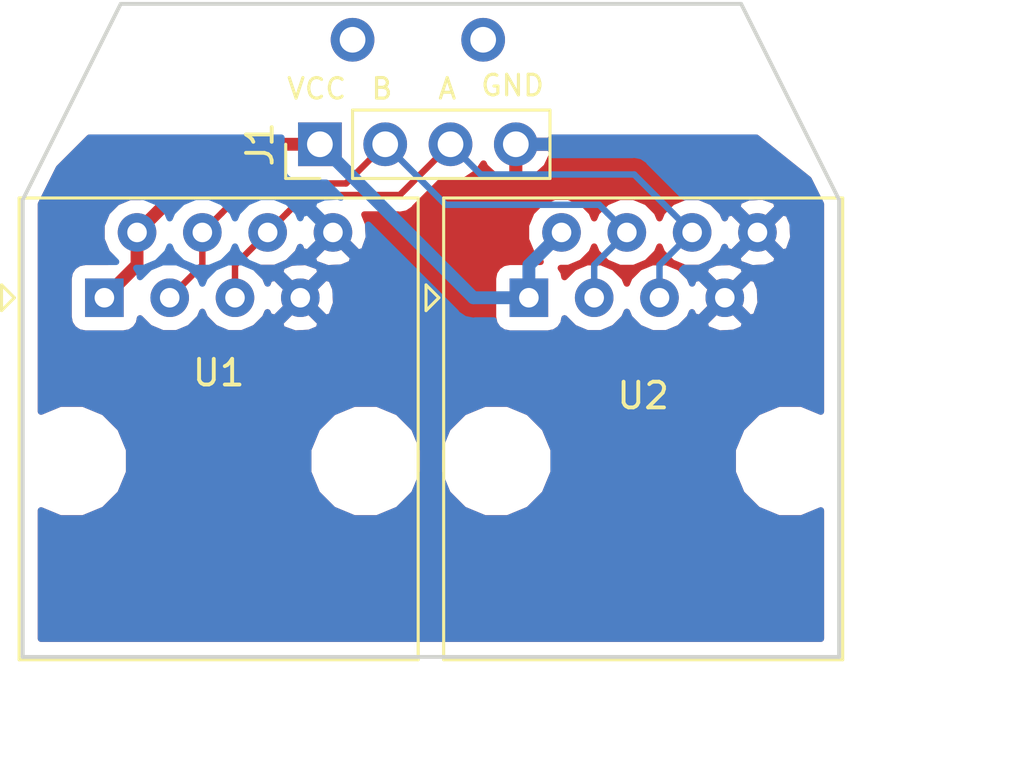
<source format=kicad_pcb>
(kicad_pcb (version 20171130) (host pcbnew 5.0.1)

  (general
    (thickness 1.6)
    (drawings 12)
    (tracks 34)
    (zones 0)
    (modules 3)
    (nets 5)
  )

  (page A4)
  (layers
    (0 F.Cu signal)
    (31 B.Cu signal)
    (32 B.Adhes user)
    (33 F.Adhes user)
    (34 B.Paste user)
    (35 F.Paste user)
    (36 B.SilkS user)
    (37 F.SilkS user)
    (38 B.Mask user)
    (39 F.Mask user)
    (40 Dwgs.User user)
    (41 Cmts.User user)
    (42 Eco1.User user)
    (43 Eco2.User user)
    (44 Edge.Cuts user)
    (45 Margin user)
    (46 B.CrtYd user)
    (47 F.CrtYd user)
    (48 B.Fab user)
    (49 F.Fab user)
  )

  (setup
    (last_trace_width 0.25)
    (trace_clearance 0.2)
    (zone_clearance 0.508)
    (zone_45_only no)
    (trace_min 0.2)
    (segment_width 0.2)
    (edge_width 0.15)
    (via_size 0.8)
    (via_drill 0.4)
    (via_min_size 0.4)
    (via_min_drill 0.3)
    (uvia_size 0.3)
    (uvia_drill 0.1)
    (uvias_allowed no)
    (uvia_min_size 0.2)
    (uvia_min_drill 0.1)
    (pcb_text_width 0.3)
    (pcb_text_size 1.5 1.5)
    (mod_edge_width 0.15)
    (mod_text_size 1 1)
    (mod_text_width 0.15)
    (pad_size 1.524 1.524)
    (pad_drill 0.762)
    (pad_to_mask_clearance 0.2)
    (solder_mask_min_width 0.25)
    (aux_axis_origin 0 0)
    (visible_elements FFFFFF7F)
    (pcbplotparams
      (layerselection 0x010f0_ffffffff)
      (usegerberextensions true)
      (usegerberattributes false)
      (usegerberadvancedattributes false)
      (creategerberjobfile false)
      (excludeedgelayer true)
      (linewidth 0.100000)
      (plotframeref false)
      (viasonmask false)
      (mode 1)
      (useauxorigin false)
      (hpglpennumber 1)
      (hpglpenspeed 20)
      (hpglpendiameter 15.000000)
      (psnegative false)
      (psa4output false)
      (plotreference true)
      (plotvalue true)
      (plotinvisibletext false)
      (padsonsilk false)
      (subtractmaskfromsilk true)
      (outputformat 1)
      (mirror false)
      (drillshape 0)
      (scaleselection 1)
      (outputdirectory ""))
  )

  (net 0 "")
  (net 1 VCC)
  (net 2 GND)
  (net 3 /B)
  (net 4 /A)

  (net_class Default "これはデフォルトのネット クラスです。"
    (clearance 0.2)
    (trace_width 0.25)
    (via_dia 0.8)
    (via_drill 0.4)
    (uvia_dia 0.3)
    (uvia_drill 0.1)
    (add_net /A)
    (add_net /B)
    (add_net GND)
  )

  (net_class Power ""
    (clearance 0.2)
    (trace_width 0.5)
    (via_dia 0.8)
    (via_drill 0.4)
    (uvia_dia 0.3)
    (uvia_drill 0.1)
    (add_net VCC)
  )

  (module Connector_PinHeader_2.54mm:PinHeader_1x04_P2.54mm_Vertical (layer F.Cu) (tedit 59FED5CC) (tstamp 5B97032F)
    (at 152.527 88.011 90)
    (descr "Through hole straight pin header, 1x04, 2.54mm pitch, single row")
    (tags "Through hole pin header THT 1x04 2.54mm single row")
    (path /5B932CE2)
    (fp_text reference J1 (at 0 -2.33 90) (layer F.SilkS)
      (effects (font (size 1 1) (thickness 0.15)))
    )
    (fp_text value Conn_01x04 (at 0 9.95 90) (layer F.Fab)
      (effects (font (size 1 1) (thickness 0.15)))
    )
    (fp_line (start -0.635 -1.27) (end 1.27 -1.27) (layer F.Fab) (width 0.1))
    (fp_line (start 1.27 -1.27) (end 1.27 8.89) (layer F.Fab) (width 0.1))
    (fp_line (start 1.27 8.89) (end -1.27 8.89) (layer F.Fab) (width 0.1))
    (fp_line (start -1.27 8.89) (end -1.27 -0.635) (layer F.Fab) (width 0.1))
    (fp_line (start -1.27 -0.635) (end -0.635 -1.27) (layer F.Fab) (width 0.1))
    (fp_line (start -1.33 8.95) (end 1.33 8.95) (layer F.SilkS) (width 0.12))
    (fp_line (start -1.33 1.27) (end -1.33 8.95) (layer F.SilkS) (width 0.12))
    (fp_line (start 1.33 1.27) (end 1.33 8.95) (layer F.SilkS) (width 0.12))
    (fp_line (start -1.33 1.27) (end 1.33 1.27) (layer F.SilkS) (width 0.12))
    (fp_line (start -1.33 0) (end -1.33 -1.33) (layer F.SilkS) (width 0.12))
    (fp_line (start -1.33 -1.33) (end 0 -1.33) (layer F.SilkS) (width 0.12))
    (fp_line (start -1.8 -1.8) (end -1.8 9.4) (layer F.CrtYd) (width 0.05))
    (fp_line (start -1.8 9.4) (end 1.8 9.4) (layer F.CrtYd) (width 0.05))
    (fp_line (start 1.8 9.4) (end 1.8 -1.8) (layer F.CrtYd) (width 0.05))
    (fp_line (start 1.8 -1.8) (end -1.8 -1.8) (layer F.CrtYd) (width 0.05))
    (fp_text user %R (at 0 3.81 180) (layer F.Fab)
      (effects (font (size 1 1) (thickness 0.15)))
    )
    (pad 1 thru_hole rect (at 0 0 90) (size 1.7 1.7) (drill 1) (layers *.Cu *.Mask)
      (net 1 VCC))
    (pad 2 thru_hole oval (at 0 2.54 90) (size 1.7 1.7) (drill 1) (layers *.Cu *.Mask)
      (net 3 /B))
    (pad 3 thru_hole oval (at 0 5.08 90) (size 1.7 1.7) (drill 1) (layers *.Cu *.Mask)
      (net 4 /A))
    (pad 4 thru_hole oval (at 0 7.62 90) (size 1.7 1.7) (drill 1) (layers *.Cu *.Mask)
      (net 2 GND))
    (model ${KISYS3DMOD}/Connector_PinHeader_2.54mm.3dshapes/PinHeader_1x04_P2.54mm_Vertical.wrl
      (at (xyz 0 0 0))
      (scale (xyz 1 1 1))
      (rotate (xyz 0 0 0))
    )
  )

  (module Connector_RJ:RJ45_Amphenol_54602-x08_Horizontal (layer F.Cu) (tedit 5B103613) (tstamp 5C00911A)
    (at 144.145 93.98)
    (descr "8 Pol Shallow Latch Connector, Modjack, RJ45 (https://cdn.amphenol-icc.com/media/wysiwyg/files/drawing/c-bmj-0102.pdf)")
    (tags RJ45)
    (path /5B9329F5)
    (fp_text reference U1 (at 4.445 2.921) (layer F.SilkS)
      (effects (font (size 1 1) (thickness 0.15)))
    )
    (fp_text value RJ45 (at 4.445 4) (layer F.Fab)
      (effects (font (size 1 1) (thickness 0.15)))
    )
    (fp_text user %R (at 4.445 2) (layer F.Fab)
      (effects (font (size 1 1) (thickness 0.15)))
    )
    (fp_line (start -4 0.5) (end -3.5 0) (layer F.SilkS) (width 0.12))
    (fp_line (start -4 -0.5) (end -4 0.5) (layer F.SilkS) (width 0.12))
    (fp_line (start -3.5 0) (end -4 -0.5) (layer F.SilkS) (width 0.12))
    (fp_line (start -3.205 13.97) (end -3.205 -2.77) (layer F.Fab) (width 0.12))
    (fp_line (start 12.095 13.97) (end -3.205 13.97) (layer F.Fab) (width 0.12))
    (fp_line (start 12.095 -3.77) (end 12.095 13.97) (layer F.Fab) (width 0.12))
    (fp_line (start -2.205 -3.77) (end 12.095 -3.77) (layer F.Fab) (width 0.12))
    (fp_line (start -3.205 -2.77) (end -2.205 -3.77) (layer F.Fab) (width 0.12))
    (fp_line (start -3.315 14.08) (end 12.205 14.08) (layer F.SilkS) (width 0.12))
    (fp_line (start 12.205 -3.88) (end 12.205 14.08) (layer F.SilkS) (width 0.12))
    (fp_line (start 12.205 -3.88) (end -3.315 -3.88) (layer F.SilkS) (width 0.12))
    (fp_line (start -3.315 -3.88) (end -3.315 14.08) (layer F.SilkS) (width 0.12))
    (fp_line (start -3.71 -4.27) (end 12.6 -4.27) (layer F.CrtYd) (width 0.05))
    (fp_line (start -3.71 -4.27) (end -3.71 14.47) (layer F.CrtYd) (width 0.05))
    (fp_line (start 12.6 14.47) (end 12.6 -4.27) (layer F.CrtYd) (width 0.05))
    (fp_line (start 12.6 14.47) (end -3.71 14.47) (layer F.CrtYd) (width 0.05))
    (pad "" np_thru_hole circle (at 10.16 6.35) (size 3.2 3.2) (drill 3.2) (layers *.Cu *.Mask))
    (pad "" np_thru_hole circle (at -1.27 6.35) (size 3.2 3.2) (drill 3.2) (layers *.Cu *.Mask))
    (pad 1 thru_hole rect (at 0 0) (size 1.5 1.5) (drill 0.76) (layers *.Cu *.Mask)
      (net 1 VCC))
    (pad 2 thru_hole circle (at 1.27 -2.54) (size 1.5 1.5) (drill 0.76) (layers *.Cu *.Mask)
      (net 1 VCC))
    (pad 3 thru_hole circle (at 2.54 0) (size 1.5 1.5) (drill 0.76) (layers *.Cu *.Mask)
      (net 3 /B))
    (pad 4 thru_hole circle (at 3.81 -2.54) (size 1.5 1.5) (drill 0.76) (layers *.Cu *.Mask)
      (net 3 /B))
    (pad 5 thru_hole circle (at 5.08 0) (size 1.5 1.5) (drill 0.76) (layers *.Cu *.Mask)
      (net 4 /A))
    (pad 6 thru_hole circle (at 6.35 -2.54) (size 1.5 1.5) (drill 0.76) (layers *.Cu *.Mask)
      (net 4 /A))
    (pad 7 thru_hole circle (at 7.62 0) (size 1.5 1.5) (drill 0.76) (layers *.Cu *.Mask)
      (net 2 GND))
    (pad 8 thru_hole circle (at 8.89 -2.54) (size 1.5 1.5) (drill 0.76) (layers *.Cu *.Mask)
      (net 2 GND))
    (model ${KISYS3DMOD}/Connector_RJ.3dshapes/RJ45_Amphenol_54602-x08_Horizontal.wrl
      (at (xyz 0 0 0))
      (scale (xyz 1 1 1))
      (rotate (xyz 0 0 0))
    )
  )

  (module Connector_RJ:RJ45_Amphenol_54602-x08_Horizontal (layer F.Cu) (tedit 5B103613) (tstamp 5C29B2AE)
    (at 160.655 93.98)
    (descr "8 Pol Shallow Latch Connector, Modjack, RJ45 (https://cdn.amphenol-icc.com/media/wysiwyg/files/drawing/c-bmj-0102.pdf)")
    (tags RJ45)
    (path /5C29B2FB)
    (fp_text reference U2 (at 4.445 3.81) (layer F.SilkS)
      (effects (font (size 1 1) (thickness 0.15)))
    )
    (fp_text value RJ45 (at 4.445 4) (layer F.Fab)
      (effects (font (size 1 1) (thickness 0.15)))
    )
    (fp_text user %R (at 4.445 2) (layer F.Fab)
      (effects (font (size 1 1) (thickness 0.15)))
    )
    (fp_line (start -4 0.5) (end -3.5 0) (layer F.SilkS) (width 0.12))
    (fp_line (start -4 -0.5) (end -4 0.5) (layer F.SilkS) (width 0.12))
    (fp_line (start -3.5 0) (end -4 -0.5) (layer F.SilkS) (width 0.12))
    (fp_line (start -3.205 13.97) (end -3.205 -2.77) (layer F.Fab) (width 0.12))
    (fp_line (start 12.095 13.97) (end -3.205 13.97) (layer F.Fab) (width 0.12))
    (fp_line (start 12.095 -3.77) (end 12.095 13.97) (layer F.Fab) (width 0.12))
    (fp_line (start -2.205 -3.77) (end 12.095 -3.77) (layer F.Fab) (width 0.12))
    (fp_line (start -3.205 -2.77) (end -2.205 -3.77) (layer F.Fab) (width 0.12))
    (fp_line (start -3.315 14.08) (end 12.205 14.08) (layer F.SilkS) (width 0.12))
    (fp_line (start 12.205 -3.88) (end 12.205 14.08) (layer F.SilkS) (width 0.12))
    (fp_line (start 12.205 -3.88) (end -3.315 -3.88) (layer F.SilkS) (width 0.12))
    (fp_line (start -3.315 -3.88) (end -3.315 14.08) (layer F.SilkS) (width 0.12))
    (fp_line (start -3.71 -4.27) (end 12.6 -4.27) (layer F.CrtYd) (width 0.05))
    (fp_line (start -3.71 -4.27) (end -3.71 14.47) (layer F.CrtYd) (width 0.05))
    (fp_line (start 12.6 14.47) (end 12.6 -4.27) (layer F.CrtYd) (width 0.05))
    (fp_line (start 12.6 14.47) (end -3.71 14.47) (layer F.CrtYd) (width 0.05))
    (pad "" np_thru_hole circle (at 10.16 6.35) (size 3.2 3.2) (drill 3.2) (layers *.Cu *.Mask))
    (pad "" np_thru_hole circle (at -1.27 6.35) (size 3.2 3.2) (drill 3.2) (layers *.Cu *.Mask))
    (pad 1 thru_hole rect (at 0 0) (size 1.5 1.5) (drill 0.76) (layers *.Cu *.Mask)
      (net 1 VCC))
    (pad 2 thru_hole circle (at 1.27 -2.54) (size 1.5 1.5) (drill 0.76) (layers *.Cu *.Mask)
      (net 1 VCC))
    (pad 3 thru_hole circle (at 2.54 0) (size 1.5 1.5) (drill 0.76) (layers *.Cu *.Mask)
      (net 3 /B))
    (pad 4 thru_hole circle (at 3.81 -2.54) (size 1.5 1.5) (drill 0.76) (layers *.Cu *.Mask)
      (net 3 /B))
    (pad 5 thru_hole circle (at 5.08 0) (size 1.5 1.5) (drill 0.76) (layers *.Cu *.Mask)
      (net 4 /A))
    (pad 6 thru_hole circle (at 6.35 -2.54) (size 1.5 1.5) (drill 0.76) (layers *.Cu *.Mask)
      (net 4 /A))
    (pad 7 thru_hole circle (at 7.62 0) (size 1.5 1.5) (drill 0.76) (layers *.Cu *.Mask)
      (net 2 GND))
    (pad 8 thru_hole circle (at 8.89 -2.54) (size 1.5 1.5) (drill 0.76) (layers *.Cu *.Mask)
      (net 2 GND))
    (model ${KISYS3DMOD}/Connector_RJ.3dshapes/RJ45_Amphenol_54602-x08_Horizontal.wrl
      (at (xyz 0 0 0))
      (scale (xyz 1 1 1))
      (rotate (xyz 0 0 0))
    )
  )

  (gr_text GND (at 160.02 85.725) (layer F.SilkS) (tstamp 5C0134DD)
    (effects (font (size 0.8 0.8) (thickness 0.12)))
  )
  (gr_text A (at 157.48 85.852) (layer F.SilkS) (tstamp 5C0134AF)
    (effects (font (size 0.8 0.8) (thickness 0.12)))
  )
  (gr_text B (at 154.94 85.852) (layer F.SilkS) (tstamp 5C013481)
    (effects (font (size 0.8 0.8) (thickness 0.12)))
  )
  (gr_text VCC (at 152.4 85.852) (layer F.SilkS)
    (effects (font (size 0.8 0.8) (thickness 0.12)))
  )
  (gr_line (start 144.78 82.55) (end 140.97 90.17) (layer Edge.Cuts) (width 0.15))
  (gr_line (start 168.91 82.55) (end 172.72 90.17) (layer Edge.Cuts) (width 0.15))
  (dimension 25.4 (width 0.3) (layer Cmts.User)
    (gr_text "25.400 mm" (at 177.995 95.25 270) (layer Cmts.User) (tstamp 5C3140D9)
      (effects (font (size 1.5 1.5) (thickness 0.3)))
    )
    (feature1 (pts (xy 173.99 107.95) (xy 176.481421 107.95)))
    (feature2 (pts (xy 173.99 82.55) (xy 176.481421 82.55)))
    (crossbar (pts (xy 175.895 82.55) (xy 175.895 107.95)))
    (arrow1a (pts (xy 175.895 107.95) (xy 175.308579 106.823496)))
    (arrow1b (pts (xy 175.895 107.95) (xy 176.481421 106.823496)))
    (arrow2a (pts (xy 175.895 82.55) (xy 175.308579 83.676504)))
    (arrow2b (pts (xy 175.895 82.55) (xy 176.481421 83.676504)))
  )
  (dimension 31.75 (width 0.3) (layer Cmts.User)
    (gr_text "31.750 mm" (at 156.845 113.225) (layer Cmts.User)
      (effects (font (size 1.5 1.5) (thickness 0.3)))
    )
    (feature1 (pts (xy 172.72 109.22) (xy 172.72 111.711421)))
    (feature2 (pts (xy 140.97 109.22) (xy 140.97 111.711421)))
    (crossbar (pts (xy 140.97 111.125) (xy 172.72 111.125)))
    (arrow1a (pts (xy 172.72 111.125) (xy 171.593496 111.711421)))
    (arrow1b (pts (xy 172.72 111.125) (xy 171.593496 110.538579)))
    (arrow2a (pts (xy 140.97 111.125) (xy 142.096504 111.711421)))
    (arrow2b (pts (xy 140.97 111.125) (xy 142.096504 110.538579)))
  )
  (gr_line (start 140.97 90.17) (end 140.97 107.95) (layer Edge.Cuts) (width 0.15))
  (gr_line (start 168.91 82.55) (end 144.78 82.55) (layer Edge.Cuts) (width 0.15))
  (gr_line (start 172.72 107.95) (end 172.72 90.17) (layer Edge.Cuts) (width 0.15))
  (gr_line (start 140.97 107.95) (end 172.72 107.95) (layer Edge.Cuts) (width 0.15))

  (via (at 153.797 83.947) (size 1.7) (drill 1) (layers F.Cu B.Cu) (net 0))
  (via (at 158.877 83.947) (size 1.7) (drill 1) (layers F.Cu B.Cu) (net 0))
  (segment (start 148.844 88.011) (end 145.415 91.44) (width 0.5) (layer F.Cu) (net 1))
  (segment (start 152.527 88.011) (end 148.844 88.011) (width 0.5) (layer F.Cu) (net 1))
  (segment (start 145.415 92.71) (end 144.145 93.98) (width 0.5) (layer F.Cu) (net 1))
  (segment (start 145.415 91.44) (end 145.415 92.71) (width 0.5) (layer F.Cu) (net 1))
  (segment (start 158.496 93.98) (end 160.655 93.98) (width 0.5) (layer B.Cu) (net 1))
  (segment (start 152.527 88.011) (end 158.496 93.98) (width 0.5) (layer B.Cu) (net 1))
  (segment (start 160.655 92.71) (end 161.925 91.44) (width 0.5) (layer B.Cu) (net 1))
  (segment (start 160.655 93.98) (end 160.655 92.71) (width 0.5) (layer B.Cu) (net 1))
  (segment (start 147.955 92.71) (end 146.685 93.98) (width 0.25) (layer F.Cu) (net 3))
  (segment (start 147.955 91.44) (end 147.955 92.71) (width 0.25) (layer F.Cu) (net 3))
  (segment (start 148.704999 90.690001) (end 147.955 91.44) (width 0.25) (layer F.Cu) (net 3))
  (segment (start 149.86 89.535) (end 148.704999 90.690001) (width 0.25) (layer F.Cu) (net 3))
  (segment (start 155.067 88.011) (end 153.543 89.535) (width 0.25) (layer F.Cu) (net 3))
  (segment (start 153.543 89.535) (end 149.86 89.535) (width 0.25) (layer F.Cu) (net 3))
  (segment (start 163.715001 90.690001) (end 164.465 91.44) (width 0.25) (layer B.Cu) (net 3))
  (segment (start 163.389999 90.364999) (end 163.715001 90.690001) (width 0.25) (layer B.Cu) (net 3))
  (segment (start 157.420999 90.364999) (end 163.389999 90.364999) (width 0.25) (layer B.Cu) (net 3))
  (segment (start 155.067 88.011) (end 157.420999 90.364999) (width 0.25) (layer B.Cu) (net 3))
  (segment (start 163.195 92.71) (end 163.195 93.98) (width 0.25) (layer B.Cu) (net 3))
  (segment (start 164.465 91.44) (end 163.195 92.71) (width 0.25) (layer B.Cu) (net 3))
  (segment (start 151.244999 90.690001) (end 150.495 91.44) (width 0.25) (layer F.Cu) (net 4))
  (segment (start 151.94999 89.98501) (end 151.244999 90.690001) (width 0.25) (layer F.Cu) (net 4))
  (segment (start 155.63299 89.98501) (end 151.94999 89.98501) (width 0.25) (layer F.Cu) (net 4))
  (segment (start 157.607 88.011) (end 155.63299 89.98501) (width 0.25) (layer F.Cu) (net 4))
  (segment (start 149.225 92.71) (end 149.225 93.98) (width 0.25) (layer F.Cu) (net 4))
  (segment (start 150.495 91.44) (end 149.225 92.71) (width 0.25) (layer F.Cu) (net 4))
  (segment (start 164.751001 89.186001) (end 166.255001 90.690001) (width 0.25) (layer B.Cu) (net 4))
  (segment (start 166.255001 90.690001) (end 167.005 91.44) (width 0.25) (layer B.Cu) (net 4))
  (segment (start 158.782001 89.186001) (end 164.751001 89.186001) (width 0.25) (layer B.Cu) (net 4))
  (segment (start 157.607 88.011) (end 158.782001 89.186001) (width 0.25) (layer B.Cu) (net 4))
  (segment (start 165.735 92.71) (end 165.735 93.98) (width 0.25) (layer B.Cu) (net 4))
  (segment (start 167.005 91.44) (end 165.735 92.71) (width 0.25) (layer B.Cu) (net 4))

  (zone (net 2) (net_name GND) (layer F.Cu) (tstamp 5C00B6CF) (hatch edge 0.508)
    (connect_pads (clearance 0.508))
    (min_thickness 0.254)
    (fill yes (arc_segments 16) (thermal_gap 0.508) (thermal_bridge_width 0.508))
    (polygon
      (pts
        (xy 143.51 87.63) (xy 169.545 87.63) (xy 172.72 90.17) (xy 172.72 107.95) (xy 140.97 107.95)
        (xy 140.97 90.17)
      )
    )
    (filled_polygon
      (pts
        (xy 145.548422 90.055) (xy 145.139506 90.055) (xy 144.63046 90.265853) (xy 144.240853 90.65546) (xy 144.03 91.164506)
        (xy 144.03 91.715494) (xy 144.240853 92.22454) (xy 144.444867 92.428554) (xy 144.290861 92.58256) (xy 143.395 92.58256)
        (xy 143.147235 92.631843) (xy 142.937191 92.772191) (xy 142.796843 92.982235) (xy 142.74756 93.23) (xy 142.74756 94.73)
        (xy 142.796843 94.977765) (xy 142.937191 95.187809) (xy 143.147235 95.328157) (xy 143.395 95.37744) (xy 144.895 95.37744)
        (xy 145.142765 95.328157) (xy 145.352809 95.187809) (xy 145.493157 94.977765) (xy 145.531469 94.785156) (xy 145.90046 95.154147)
        (xy 146.409506 95.365) (xy 146.960494 95.365) (xy 147.46954 95.154147) (xy 147.859147 94.76454) (xy 147.955 94.53313)
        (xy 148.050853 94.76454) (xy 148.44046 95.154147) (xy 148.949506 95.365) (xy 149.500494 95.365) (xy 150.00954 95.154147)
        (xy 150.21217 94.951517) (xy 150.973088 94.951517) (xy 151.041077 95.19246) (xy 151.560171 95.377201) (xy 152.110448 95.34923)
        (xy 152.488923 95.19246) (xy 152.556912 94.951517) (xy 151.765 94.159605) (xy 150.973088 94.951517) (xy 150.21217 94.951517)
        (xy 150.399147 94.76454) (xy 150.488397 94.54907) (xy 150.55254 94.703923) (xy 150.793483 94.771912) (xy 151.585395 93.98)
        (xy 151.944605 93.98) (xy 152.736517 94.771912) (xy 152.97746 94.703923) (xy 153.162201 94.184829) (xy 153.13423 93.634552)
        (xy 152.97746 93.256077) (xy 152.885047 93.23) (xy 159.25756 93.23) (xy 159.25756 94.73) (xy 159.306843 94.977765)
        (xy 159.447191 95.187809) (xy 159.657235 95.328157) (xy 159.905 95.37744) (xy 161.405 95.37744) (xy 161.652765 95.328157)
        (xy 161.862809 95.187809) (xy 162.003157 94.977765) (xy 162.041469 94.785156) (xy 162.41046 95.154147) (xy 162.919506 95.365)
        (xy 163.470494 95.365) (xy 163.97954 95.154147) (xy 164.369147 94.76454) (xy 164.465 94.53313) (xy 164.560853 94.76454)
        (xy 164.95046 95.154147) (xy 165.459506 95.365) (xy 166.010494 95.365) (xy 166.51954 95.154147) (xy 166.72217 94.951517)
        (xy 167.483088 94.951517) (xy 167.551077 95.19246) (xy 168.070171 95.377201) (xy 168.620448 95.34923) (xy 168.998923 95.19246)
        (xy 169.066912 94.951517) (xy 168.275 94.159605) (xy 167.483088 94.951517) (xy 166.72217 94.951517) (xy 166.909147 94.76454)
        (xy 166.998397 94.54907) (xy 167.06254 94.703923) (xy 167.303483 94.771912) (xy 168.095395 93.98) (xy 168.454605 93.98)
        (xy 169.246517 94.771912) (xy 169.48746 94.703923) (xy 169.672201 94.184829) (xy 169.64423 93.634552) (xy 169.48746 93.256077)
        (xy 169.246517 93.188088) (xy 168.454605 93.98) (xy 168.095395 93.98) (xy 167.303483 93.188088) (xy 167.06254 93.256077)
        (xy 167.003255 93.422658) (xy 166.909147 93.19546) (xy 166.72217 93.008483) (xy 167.483088 93.008483) (xy 168.275 93.800395)
        (xy 169.066912 93.008483) (xy 168.998923 92.76754) (xy 168.479829 92.582799) (xy 167.929552 92.61077) (xy 167.551077 92.76754)
        (xy 167.483088 93.008483) (xy 166.72217 93.008483) (xy 166.51954 92.805853) (xy 166.010494 92.595) (xy 165.459506 92.595)
        (xy 164.95046 92.805853) (xy 164.560853 93.19546) (xy 164.465 93.42687) (xy 164.369147 93.19546) (xy 163.97954 92.805853)
        (xy 163.470494 92.595) (xy 162.919506 92.595) (xy 162.41046 92.805853) (xy 162.041469 93.174844) (xy 162.003157 92.982235)
        (xy 161.898095 92.825) (xy 162.200494 92.825) (xy 162.70954 92.614147) (xy 163.099147 92.22454) (xy 163.195 91.99313)
        (xy 163.290853 92.22454) (xy 163.68046 92.614147) (xy 164.189506 92.825) (xy 164.740494 92.825) (xy 165.24954 92.614147)
        (xy 165.639147 92.22454) (xy 165.735 91.99313) (xy 165.830853 92.22454) (xy 166.22046 92.614147) (xy 166.729506 92.825)
        (xy 167.280494 92.825) (xy 167.78954 92.614147) (xy 167.99217 92.411517) (xy 168.753088 92.411517) (xy 168.821077 92.65246)
        (xy 169.340171 92.837201) (xy 169.890448 92.80923) (xy 170.268923 92.65246) (xy 170.336912 92.411517) (xy 169.545 91.619605)
        (xy 168.753088 92.411517) (xy 167.99217 92.411517) (xy 168.179147 92.22454) (xy 168.268397 92.00907) (xy 168.33254 92.163923)
        (xy 168.573483 92.231912) (xy 169.365395 91.44) (xy 169.724605 91.44) (xy 170.516517 92.231912) (xy 170.75746 92.163923)
        (xy 170.942201 91.644829) (xy 170.91423 91.094552) (xy 170.75746 90.716077) (xy 170.516517 90.648088) (xy 169.724605 91.44)
        (xy 169.365395 91.44) (xy 168.573483 90.648088) (xy 168.33254 90.716077) (xy 168.273255 90.882658) (xy 168.179147 90.65546)
        (xy 167.99217 90.468483) (xy 168.753088 90.468483) (xy 169.545 91.260395) (xy 170.336912 90.468483) (xy 170.268923 90.22754)
        (xy 169.749829 90.042799) (xy 169.199552 90.07077) (xy 168.821077 90.22754) (xy 168.753088 90.468483) (xy 167.99217 90.468483)
        (xy 167.78954 90.265853) (xy 167.280494 90.055) (xy 166.729506 90.055) (xy 166.22046 90.265853) (xy 165.830853 90.65546)
        (xy 165.735 90.88687) (xy 165.639147 90.65546) (xy 165.24954 90.265853) (xy 164.740494 90.055) (xy 164.189506 90.055)
        (xy 163.68046 90.265853) (xy 163.290853 90.65546) (xy 163.195 90.88687) (xy 163.099147 90.65546) (xy 162.70954 90.265853)
        (xy 162.200494 90.055) (xy 161.649506 90.055) (xy 161.14046 90.265853) (xy 160.750853 90.65546) (xy 160.54 91.164506)
        (xy 160.54 91.715494) (xy 160.750853 92.22454) (xy 161.108873 92.58256) (xy 159.905 92.58256) (xy 159.657235 92.631843)
        (xy 159.447191 92.772191) (xy 159.306843 92.982235) (xy 159.25756 93.23) (xy 152.885047 93.23) (xy 152.736517 93.188088)
        (xy 151.944605 93.98) (xy 151.585395 93.98) (xy 150.793483 93.188088) (xy 150.55254 93.256077) (xy 150.493255 93.422658)
        (xy 150.399147 93.19546) (xy 150.21217 93.008483) (xy 150.973088 93.008483) (xy 151.765 93.800395) (xy 152.556912 93.008483)
        (xy 152.488923 92.76754) (xy 151.969829 92.582799) (xy 151.419552 92.61077) (xy 151.041077 92.76754) (xy 150.973088 93.008483)
        (xy 150.21217 93.008483) (xy 150.106744 92.903057) (xy 150.194966 92.814835) (xy 150.219506 92.825) (xy 150.770494 92.825)
        (xy 151.27954 92.614147) (xy 151.48217 92.411517) (xy 152.243088 92.411517) (xy 152.311077 92.65246) (xy 152.830171 92.837201)
        (xy 153.380448 92.80923) (xy 153.758923 92.65246) (xy 153.826912 92.411517) (xy 153.035 91.619605) (xy 152.243088 92.411517)
        (xy 151.48217 92.411517) (xy 151.669147 92.22454) (xy 151.758397 92.00907) (xy 151.82254 92.163923) (xy 152.063483 92.231912)
        (xy 152.855395 91.44) (xy 152.841253 91.425858) (xy 153.020858 91.246253) (xy 153.035 91.260395) (xy 153.049143 91.246253)
        (xy 153.228748 91.425858) (xy 153.214605 91.44) (xy 154.006517 92.231912) (xy 154.24746 92.163923) (xy 154.432201 91.644829)
        (xy 154.40423 91.094552) (xy 154.259444 90.74501) (xy 155.558143 90.74501) (xy 155.63299 90.759898) (xy 155.707837 90.74501)
        (xy 155.707842 90.74501) (xy 155.929527 90.700914) (xy 156.180919 90.532939) (xy 156.223321 90.46948) (xy 157.240592 89.452209)
        (xy 157.460744 89.496) (xy 157.753256 89.496) (xy 158.186418 89.409839) (xy 158.677625 89.081625) (xy 158.890843 88.762522)
        (xy 158.951817 88.892358) (xy 159.380076 89.282645) (xy 159.79011 89.452476) (xy 160.02 89.331155) (xy 160.02 88.138)
        (xy 160.274 88.138) (xy 160.274 89.331155) (xy 160.50389 89.452476) (xy 160.913924 89.282645) (xy 161.342183 88.892358)
        (xy 161.588486 88.367892) (xy 161.467819 88.138) (xy 160.274 88.138) (xy 160.02 88.138) (xy 160 88.138)
        (xy 160 87.884) (xy 160.02 87.884) (xy 160.02 87.864) (xy 160.274 87.864) (xy 160.274 87.884)
        (xy 161.467819 87.884) (xy 161.534479 87.757) (xy 169.500451 87.757) (xy 171.532525 89.382659) (xy 172.010001 90.337611)
        (xy 172.010001 98.405839) (xy 171.259569 98.095) (xy 170.370431 98.095) (xy 169.548974 98.435259) (xy 168.920259 99.063974)
        (xy 168.58 99.885431) (xy 168.58 100.774569) (xy 168.920259 101.596026) (xy 169.548974 102.224741) (xy 170.370431 102.565)
        (xy 171.259569 102.565) (xy 172.01 102.254161) (xy 172.01 107.24) (xy 141.68 107.24) (xy 141.68 102.254161)
        (xy 142.430431 102.565) (xy 143.319569 102.565) (xy 144.141026 102.224741) (xy 144.769741 101.596026) (xy 145.11 100.774569)
        (xy 145.11 99.885431) (xy 152.07 99.885431) (xy 152.07 100.774569) (xy 152.410259 101.596026) (xy 153.038974 102.224741)
        (xy 153.860431 102.565) (xy 154.749569 102.565) (xy 155.571026 102.224741) (xy 156.199741 101.596026) (xy 156.54 100.774569)
        (xy 156.54 99.885431) (xy 157.15 99.885431) (xy 157.15 100.774569) (xy 157.490259 101.596026) (xy 158.118974 102.224741)
        (xy 158.940431 102.565) (xy 159.829569 102.565) (xy 160.651026 102.224741) (xy 161.279741 101.596026) (xy 161.62 100.774569)
        (xy 161.62 99.885431) (xy 161.279741 99.063974) (xy 160.651026 98.435259) (xy 159.829569 98.095) (xy 158.940431 98.095)
        (xy 158.118974 98.435259) (xy 157.490259 99.063974) (xy 157.15 99.885431) (xy 156.54 99.885431) (xy 156.199741 99.063974)
        (xy 155.571026 98.435259) (xy 154.749569 98.095) (xy 153.860431 98.095) (xy 153.038974 98.435259) (xy 152.410259 99.063974)
        (xy 152.07 99.885431) (xy 145.11 99.885431) (xy 144.769741 99.063974) (xy 144.141026 98.435259) (xy 143.319569 98.095)
        (xy 142.430431 98.095) (xy 141.68 98.405839) (xy 141.68 90.337607) (xy 142.378001 88.941605) (xy 143.562606 87.757)
        (xy 147.846421 87.757)
      )
    )
  )
  (zone (net 2) (net_name GND) (layer B.Cu) (tstamp 0) (hatch edge 0.508)
    (connect_pads (clearance 0.508))
    (min_thickness 0.254)
    (fill yes (arc_segments 16) (thermal_gap 0.508) (thermal_bridge_width 0.508))
    (polygon
      (pts
        (xy 143.51 87.63) (xy 169.545 87.63) (xy 172.72 90.17) (xy 172.72 107.95) (xy 140.97 107.95)
        (xy 140.97 90.17)
      )
    )
    (filled_polygon
      (pts
        (xy 151.02956 88.861) (xy 151.078843 89.108765) (xy 151.219191 89.318809) (xy 151.429235 89.459157) (xy 151.677 89.50844)
        (xy 152.772862 89.50844) (xy 153.344457 90.080035) (xy 153.239829 90.042799) (xy 152.689552 90.07077) (xy 152.311077 90.22754)
        (xy 152.243088 90.468483) (xy 153.035 91.260395) (xy 153.049143 91.246253) (xy 153.228748 91.425858) (xy 153.214605 91.44)
        (xy 154.006517 92.231912) (xy 154.24746 92.163923) (xy 154.432201 91.644829) (xy 154.406654 91.142232) (xy 157.808577 94.544156)
        (xy 157.857951 94.618049) (xy 157.931844 94.667423) (xy 157.931845 94.667424) (xy 158.062745 94.754889) (xy 158.15069 94.813652)
        (xy 158.408835 94.865) (xy 158.408839 94.865) (xy 158.496 94.882337) (xy 158.583161 94.865) (xy 159.284413 94.865)
        (xy 159.306843 94.977765) (xy 159.447191 95.187809) (xy 159.657235 95.328157) (xy 159.905 95.37744) (xy 161.405 95.37744)
        (xy 161.652765 95.328157) (xy 161.862809 95.187809) (xy 162.003157 94.977765) (xy 162.041469 94.785156) (xy 162.41046 95.154147)
        (xy 162.919506 95.365) (xy 163.470494 95.365) (xy 163.97954 95.154147) (xy 164.369147 94.76454) (xy 164.465 94.53313)
        (xy 164.560853 94.76454) (xy 164.95046 95.154147) (xy 165.459506 95.365) (xy 166.010494 95.365) (xy 166.51954 95.154147)
        (xy 166.72217 94.951517) (xy 167.483088 94.951517) (xy 167.551077 95.19246) (xy 168.070171 95.377201) (xy 168.620448 95.34923)
        (xy 168.998923 95.19246) (xy 169.066912 94.951517) (xy 168.275 94.159605) (xy 167.483088 94.951517) (xy 166.72217 94.951517)
        (xy 166.909147 94.76454) (xy 166.998397 94.54907) (xy 167.06254 94.703923) (xy 167.303483 94.771912) (xy 168.095395 93.98)
        (xy 168.454605 93.98) (xy 169.246517 94.771912) (xy 169.48746 94.703923) (xy 169.672201 94.184829) (xy 169.64423 93.634552)
        (xy 169.48746 93.256077) (xy 169.246517 93.188088) (xy 168.454605 93.98) (xy 168.095395 93.98) (xy 167.303483 93.188088)
        (xy 167.06254 93.256077) (xy 167.003255 93.422658) (xy 166.909147 93.19546) (xy 166.72217 93.008483) (xy 167.483088 93.008483)
        (xy 168.275 93.800395) (xy 169.066912 93.008483) (xy 168.998923 92.76754) (xy 168.479829 92.582799) (xy 167.929552 92.61077)
        (xy 167.551077 92.76754) (xy 167.483088 93.008483) (xy 166.72217 93.008483) (xy 166.616744 92.903057) (xy 166.704966 92.814835)
        (xy 166.729506 92.825) (xy 167.280494 92.825) (xy 167.78954 92.614147) (xy 167.99217 92.411517) (xy 168.753088 92.411517)
        (xy 168.821077 92.65246) (xy 169.340171 92.837201) (xy 169.890448 92.80923) (xy 170.268923 92.65246) (xy 170.336912 92.411517)
        (xy 169.545 91.619605) (xy 168.753088 92.411517) (xy 167.99217 92.411517) (xy 168.179147 92.22454) (xy 168.268397 92.00907)
        (xy 168.33254 92.163923) (xy 168.573483 92.231912) (xy 169.365395 91.44) (xy 169.724605 91.44) (xy 170.516517 92.231912)
        (xy 170.75746 92.163923) (xy 170.942201 91.644829) (xy 170.91423 91.094552) (xy 170.75746 90.716077) (xy 170.516517 90.648088)
        (xy 169.724605 91.44) (xy 169.365395 91.44) (xy 168.573483 90.648088) (xy 168.33254 90.716077) (xy 168.273255 90.882658)
        (xy 168.179147 90.65546) (xy 167.99217 90.468483) (xy 168.753088 90.468483) (xy 169.545 91.260395) (xy 170.336912 90.468483)
        (xy 170.268923 90.22754) (xy 169.749829 90.042799) (xy 169.199552 90.07077) (xy 168.821077 90.22754) (xy 168.753088 90.468483)
        (xy 167.99217 90.468483) (xy 167.78954 90.265853) (xy 167.280494 90.055) (xy 166.729506 90.055) (xy 166.704966 90.065165)
        (xy 165.341332 88.701531) (xy 165.29893 88.638072) (xy 165.047538 88.470097) (xy 164.825853 88.426001) (xy 164.825848 88.426001)
        (xy 164.751001 88.411113) (xy 164.676154 88.426001) (xy 161.561196 88.426001) (xy 161.588486 88.367892) (xy 161.467819 88.138)
        (xy 160.274 88.138) (xy 160.274 88.158) (xy 160.02 88.158) (xy 160.02 88.138) (xy 160 88.138)
        (xy 160 87.884) (xy 160.02 87.884) (xy 160.02 87.864) (xy 160.274 87.864) (xy 160.274 87.884)
        (xy 161.467819 87.884) (xy 161.534479 87.757) (xy 169.500451 87.757) (xy 171.532525 89.382659) (xy 172.010001 90.337611)
        (xy 172.010001 98.405839) (xy 171.259569 98.095) (xy 170.370431 98.095) (xy 169.548974 98.435259) (xy 168.920259 99.063974)
        (xy 168.58 99.885431) (xy 168.58 100.774569) (xy 168.920259 101.596026) (xy 169.548974 102.224741) (xy 170.370431 102.565)
        (xy 171.259569 102.565) (xy 172.01 102.254161) (xy 172.01 107.24) (xy 141.68 107.24) (xy 141.68 102.254161)
        (xy 142.430431 102.565) (xy 143.319569 102.565) (xy 144.141026 102.224741) (xy 144.769741 101.596026) (xy 145.11 100.774569)
        (xy 145.11 99.885431) (xy 152.07 99.885431) (xy 152.07 100.774569) (xy 152.410259 101.596026) (xy 153.038974 102.224741)
        (xy 153.860431 102.565) (xy 154.749569 102.565) (xy 155.571026 102.224741) (xy 156.199741 101.596026) (xy 156.54 100.774569)
        (xy 156.54 99.885431) (xy 157.15 99.885431) (xy 157.15 100.774569) (xy 157.490259 101.596026) (xy 158.118974 102.224741)
        (xy 158.940431 102.565) (xy 159.829569 102.565) (xy 160.651026 102.224741) (xy 161.279741 101.596026) (xy 161.62 100.774569)
        (xy 161.62 99.885431) (xy 161.279741 99.063974) (xy 160.651026 98.435259) (xy 159.829569 98.095) (xy 158.940431 98.095)
        (xy 158.118974 98.435259) (xy 157.490259 99.063974) (xy 157.15 99.885431) (xy 156.54 99.885431) (xy 156.199741 99.063974)
        (xy 155.571026 98.435259) (xy 154.749569 98.095) (xy 153.860431 98.095) (xy 153.038974 98.435259) (xy 152.410259 99.063974)
        (xy 152.07 99.885431) (xy 145.11 99.885431) (xy 144.769741 99.063974) (xy 144.141026 98.435259) (xy 143.319569 98.095)
        (xy 142.430431 98.095) (xy 141.68 98.405839) (xy 141.68 93.23) (xy 142.74756 93.23) (xy 142.74756 94.73)
        (xy 142.796843 94.977765) (xy 142.937191 95.187809) (xy 143.147235 95.328157) (xy 143.395 95.37744) (xy 144.895 95.37744)
        (xy 145.142765 95.328157) (xy 145.352809 95.187809) (xy 145.493157 94.977765) (xy 145.531469 94.785156) (xy 145.90046 95.154147)
        (xy 146.409506 95.365) (xy 146.960494 95.365) (xy 147.46954 95.154147) (xy 147.859147 94.76454) (xy 147.955 94.53313)
        (xy 148.050853 94.76454) (xy 148.44046 95.154147) (xy 148.949506 95.365) (xy 149.500494 95.365) (xy 150.00954 95.154147)
        (xy 150.21217 94.951517) (xy 150.973088 94.951517) (xy 151.041077 95.19246) (xy 151.560171 95.377201) (xy 152.110448 95.34923)
        (xy 152.488923 95.19246) (xy 152.556912 94.951517) (xy 151.765 94.159605) (xy 150.973088 94.951517) (xy 150.21217 94.951517)
        (xy 150.399147 94.76454) (xy 150.488397 94.54907) (xy 150.55254 94.703923) (xy 150.793483 94.771912) (xy 151.585395 93.98)
        (xy 151.944605 93.98) (xy 152.736517 94.771912) (xy 152.97746 94.703923) (xy 153.162201 94.184829) (xy 153.13423 93.634552)
        (xy 152.97746 93.256077) (xy 152.736517 93.188088) (xy 151.944605 93.98) (xy 151.585395 93.98) (xy 150.793483 93.188088)
        (xy 150.55254 93.256077) (xy 150.493255 93.422658) (xy 150.399147 93.19546) (xy 150.21217 93.008483) (xy 150.973088 93.008483)
        (xy 151.765 93.800395) (xy 152.556912 93.008483) (xy 152.488923 92.76754) (xy 151.969829 92.582799) (xy 151.419552 92.61077)
        (xy 151.041077 92.76754) (xy 150.973088 93.008483) (xy 150.21217 93.008483) (xy 150.00954 92.805853) (xy 149.500494 92.595)
        (xy 148.949506 92.595) (xy 148.44046 92.805853) (xy 148.050853 93.19546) (xy 147.955 93.42687) (xy 147.859147 93.19546)
        (xy 147.46954 92.805853) (xy 146.960494 92.595) (xy 146.409506 92.595) (xy 145.90046 92.805853) (xy 145.531469 93.174844)
        (xy 145.493157 92.982235) (xy 145.388095 92.825) (xy 145.690494 92.825) (xy 146.19954 92.614147) (xy 146.589147 92.22454)
        (xy 146.685 91.99313) (xy 146.780853 92.22454) (xy 147.17046 92.614147) (xy 147.679506 92.825) (xy 148.230494 92.825)
        (xy 148.73954 92.614147) (xy 149.129147 92.22454) (xy 149.225 91.99313) (xy 149.320853 92.22454) (xy 149.71046 92.614147)
        (xy 150.219506 92.825) (xy 150.770494 92.825) (xy 151.27954 92.614147) (xy 151.48217 92.411517) (xy 152.243088 92.411517)
        (xy 152.311077 92.65246) (xy 152.830171 92.837201) (xy 153.380448 92.80923) (xy 153.758923 92.65246) (xy 153.826912 92.411517)
        (xy 153.035 91.619605) (xy 152.243088 92.411517) (xy 151.48217 92.411517) (xy 151.669147 92.22454) (xy 151.758397 92.00907)
        (xy 151.82254 92.163923) (xy 152.063483 92.231912) (xy 152.855395 91.44) (xy 152.063483 90.648088) (xy 151.82254 90.716077)
        (xy 151.763255 90.882658) (xy 151.669147 90.65546) (xy 151.27954 90.265853) (xy 150.770494 90.055) (xy 150.219506 90.055)
        (xy 149.71046 90.265853) (xy 149.320853 90.65546) (xy 149.225 90.88687) (xy 149.129147 90.65546) (xy 148.73954 90.265853)
        (xy 148.230494 90.055) (xy 147.679506 90.055) (xy 147.17046 90.265853) (xy 146.780853 90.65546) (xy 146.685 90.88687)
        (xy 146.589147 90.65546) (xy 146.19954 90.265853) (xy 145.690494 90.055) (xy 145.139506 90.055) (xy 144.63046 90.265853)
        (xy 144.240853 90.65546) (xy 144.03 91.164506) (xy 144.03 91.715494) (xy 144.240853 92.22454) (xy 144.598873 92.58256)
        (xy 143.395 92.58256) (xy 143.147235 92.631843) (xy 142.937191 92.772191) (xy 142.796843 92.982235) (xy 142.74756 93.23)
        (xy 141.68 93.23) (xy 141.68 90.337607) (xy 142.378001 88.941605) (xy 143.562606 87.757) (xy 151.02956 87.757)
      )
    )
  )
)

</source>
